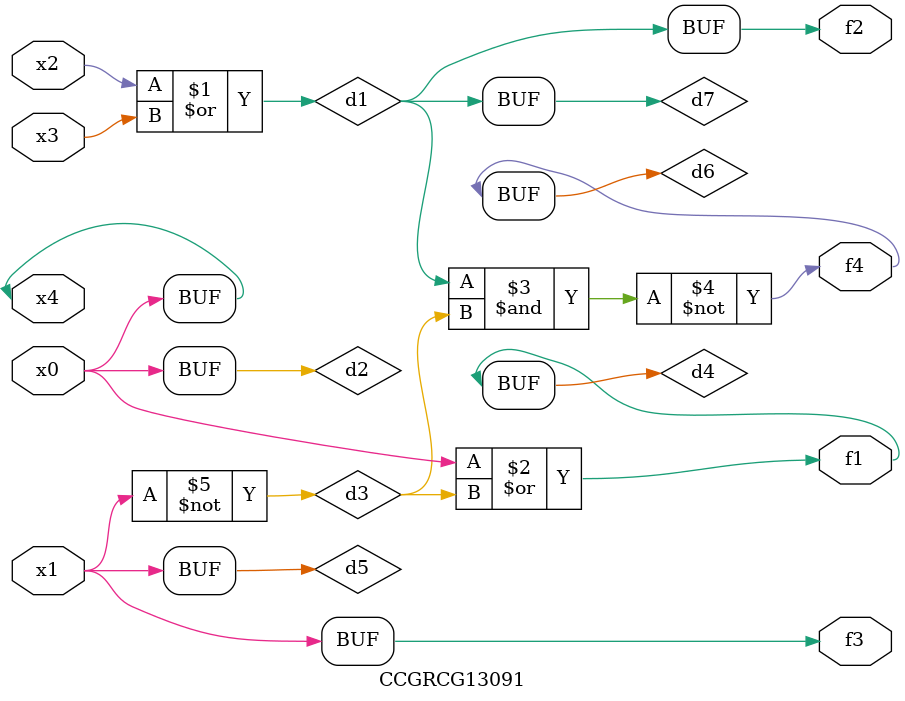
<source format=v>
module CCGRCG13091(
	input x0, x1, x2, x3, x4,
	output f1, f2, f3, f4
);

	wire d1, d2, d3, d4, d5, d6, d7;

	or (d1, x2, x3);
	buf (d2, x0, x4);
	not (d3, x1);
	or (d4, d2, d3);
	not (d5, d3);
	nand (d6, d1, d3);
	or (d7, d1);
	assign f1 = d4;
	assign f2 = d7;
	assign f3 = d5;
	assign f4 = d6;
endmodule

</source>
